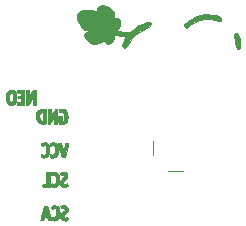
<source format=gbr>
%TF.GenerationSoftware,KiCad,Pcbnew,5.1.10-88a1d61d58~90~ubuntu20.04.1*%
%TF.CreationDate,2021-10-08T11:48:54+02:00*%
%TF.ProjectId,UROS_CO2-brkout,55524f53-5f43-44f3-922d-62726b6f7574,rev?*%
%TF.SameCoordinates,Original*%
%TF.FileFunction,Legend,Bot*%
%TF.FilePolarity,Positive*%
%FSLAX46Y46*%
G04 Gerber Fmt 4.6, Leading zero omitted, Abs format (unit mm)*
G04 Created by KiCad (PCBNEW 5.1.10-88a1d61d58~90~ubuntu20.04.1) date 2021-10-08 11:48:54*
%MOMM*%
%LPD*%
G01*
G04 APERTURE LIST*
%ADD10C,0.010000*%
%ADD11C,0.120000*%
G04 APERTURE END LIST*
D10*
%TO.C,Board3*%
G36*
X71009282Y-81655150D02*
G01*
X71130126Y-81722615D01*
X71222367Y-81823809D01*
X71245797Y-81869763D01*
X71292737Y-82054239D01*
X71301484Y-82266021D01*
X71275700Y-82479765D01*
X71219050Y-82670131D01*
X71135198Y-82811775D01*
X71105402Y-82840882D01*
X71022919Y-82882956D01*
X70909801Y-82913009D01*
X70801501Y-82924591D01*
X70733473Y-82911251D01*
X70730936Y-82909019D01*
X70674523Y-82890530D01*
X70564512Y-82876994D01*
X70498499Y-82873547D01*
X70375133Y-82865740D01*
X70311624Y-82842156D01*
X70283171Y-82788126D01*
X70273544Y-82740500D01*
X70243570Y-82649130D01*
X70176526Y-82609536D01*
X70114398Y-82600234D01*
X70018467Y-82600140D01*
X69981075Y-82633540D01*
X69977000Y-82670855D01*
X69956498Y-82805234D01*
X69889706Y-82874071D01*
X69803137Y-82888667D01*
X69713787Y-82872655D01*
X69680936Y-82835750D01*
X69691360Y-82780345D01*
X69719232Y-82661978D01*
X69759724Y-82499370D01*
X69803772Y-82327750D01*
X70064642Y-82327750D01*
X70096235Y-82373506D01*
X70130104Y-82380667D01*
X70177909Y-82358272D01*
X70173015Y-82285417D01*
X70151183Y-82192287D01*
X70143936Y-82147833D01*
X70130137Y-82143622D01*
X70103871Y-82191532D01*
X70077801Y-82262834D01*
X70064642Y-82327750D01*
X69803772Y-82327750D01*
X69808009Y-82311244D01*
X69859258Y-82116322D01*
X69908643Y-81933323D01*
X69951336Y-81780972D01*
X69964779Y-81735083D01*
X70021652Y-81675983D01*
X70121048Y-81661000D01*
X70182385Y-81663619D01*
X70226192Y-81681353D01*
X70261387Y-81729021D01*
X70296892Y-81821440D01*
X70341625Y-81973427D01*
X70369508Y-82073750D01*
X70421833Y-82266886D01*
X70468142Y-82445315D01*
X70501737Y-82582877D01*
X70512385Y-82631729D01*
X70533378Y-82721567D01*
X70551285Y-82736091D01*
X70574097Y-82687420D01*
X70606043Y-82629126D01*
X70658689Y-82621499D01*
X70736457Y-82646665D01*
X70858577Y-82665679D01*
X70945867Y-82614036D01*
X71001834Y-82488037D01*
X71025416Y-82341984D01*
X71026018Y-82130752D01*
X70984646Y-81979648D01*
X70905564Y-81894168D01*
X70793036Y-81879807D01*
X70694924Y-81915932D01*
X70633140Y-81934561D01*
X70598785Y-81891044D01*
X70585631Y-81845846D01*
X70588228Y-81735201D01*
X70649308Y-81661439D01*
X70751456Y-81623931D01*
X70877253Y-81622045D01*
X71009282Y-81655150D01*
G37*
X71009282Y-81655150D02*
X71130126Y-81722615D01*
X71222367Y-81823809D01*
X71245797Y-81869763D01*
X71292737Y-82054239D01*
X71301484Y-82266021D01*
X71275700Y-82479765D01*
X71219050Y-82670131D01*
X71135198Y-82811775D01*
X71105402Y-82840882D01*
X71022919Y-82882956D01*
X70909801Y-82913009D01*
X70801501Y-82924591D01*
X70733473Y-82911251D01*
X70730936Y-82909019D01*
X70674523Y-82890530D01*
X70564512Y-82876994D01*
X70498499Y-82873547D01*
X70375133Y-82865740D01*
X70311624Y-82842156D01*
X70283171Y-82788126D01*
X70273544Y-82740500D01*
X70243570Y-82649130D01*
X70176526Y-82609536D01*
X70114398Y-82600234D01*
X70018467Y-82600140D01*
X69981075Y-82633540D01*
X69977000Y-82670855D01*
X69956498Y-82805234D01*
X69889706Y-82874071D01*
X69803137Y-82888667D01*
X69713787Y-82872655D01*
X69680936Y-82835750D01*
X69691360Y-82780345D01*
X69719232Y-82661978D01*
X69759724Y-82499370D01*
X69803772Y-82327750D01*
X70064642Y-82327750D01*
X70096235Y-82373506D01*
X70130104Y-82380667D01*
X70177909Y-82358272D01*
X70173015Y-82285417D01*
X70151183Y-82192287D01*
X70143936Y-82147833D01*
X70130137Y-82143622D01*
X70103871Y-82191532D01*
X70077801Y-82262834D01*
X70064642Y-82327750D01*
X69803772Y-82327750D01*
X69808009Y-82311244D01*
X69859258Y-82116322D01*
X69908643Y-81933323D01*
X69951336Y-81780972D01*
X69964779Y-81735083D01*
X70021652Y-81675983D01*
X70121048Y-81661000D01*
X70182385Y-81663619D01*
X70226192Y-81681353D01*
X70261387Y-81729021D01*
X70296892Y-81821440D01*
X70341625Y-81973427D01*
X70369508Y-82073750D01*
X70421833Y-82266886D01*
X70468142Y-82445315D01*
X70501737Y-82582877D01*
X70512385Y-82631729D01*
X70533378Y-82721567D01*
X70551285Y-82736091D01*
X70574097Y-82687420D01*
X70606043Y-82629126D01*
X70658689Y-82621499D01*
X70736457Y-82646665D01*
X70858577Y-82665679D01*
X70945867Y-82614036D01*
X71001834Y-82488037D01*
X71025416Y-82341984D01*
X71026018Y-82130752D01*
X70984646Y-81979648D01*
X70905564Y-81894168D01*
X70793036Y-81879807D01*
X70694924Y-81915932D01*
X70633140Y-81934561D01*
X70598785Y-81891044D01*
X70585631Y-81845846D01*
X70588228Y-81735201D01*
X70649308Y-81661439D01*
X70751456Y-81623931D01*
X70877253Y-81622045D01*
X71009282Y-81655150D01*
G36*
X71819529Y-81667209D02*
G01*
X71940756Y-81750645D01*
X72001040Y-81892102D01*
X72009000Y-81989922D01*
X71997100Y-82089054D01*
X71951118Y-82177085D01*
X71855631Y-82280337D01*
X71818500Y-82315030D01*
X71716923Y-82419715D01*
X71647814Y-82512804D01*
X71628000Y-82563626D01*
X71661253Y-82640069D01*
X71742284Y-82669445D01*
X71843001Y-82642263D01*
X71849397Y-82638414D01*
X71912179Y-82602911D01*
X71948932Y-82612211D01*
X71989469Y-82679403D01*
X72003266Y-82705967D01*
X72042095Y-82789628D01*
X72032775Y-82834605D01*
X71961863Y-82869052D01*
X71918016Y-82884525D01*
X71763927Y-82923669D01*
X71635721Y-82914892D01*
X71558446Y-82889023D01*
X71435638Y-82798315D01*
X71353735Y-82657919D01*
X71331667Y-82534924D01*
X71351422Y-82442863D01*
X71418205Y-82338214D01*
X71543291Y-82203376D01*
X71545401Y-82201297D01*
X71648665Y-82091047D01*
X71719079Y-81999106D01*
X71742363Y-81944292D01*
X71741872Y-81942370D01*
X71692322Y-81912574D01*
X71592100Y-81902274D01*
X71570946Y-81903096D01*
X71465034Y-81900779D01*
X71412889Y-81866129D01*
X71390557Y-81805874D01*
X71378883Y-81717828D01*
X71408898Y-81667417D01*
X71495205Y-81644733D01*
X71635268Y-81639833D01*
X71819529Y-81667209D01*
G37*
X71819529Y-81667209D02*
X71940756Y-81750645D01*
X72001040Y-81892102D01*
X72009000Y-81989922D01*
X71997100Y-82089054D01*
X71951118Y-82177085D01*
X71855631Y-82280337D01*
X71818500Y-82315030D01*
X71716923Y-82419715D01*
X71647814Y-82512804D01*
X71628000Y-82563626D01*
X71661253Y-82640069D01*
X71742284Y-82669445D01*
X71843001Y-82642263D01*
X71849397Y-82638414D01*
X71912179Y-82602911D01*
X71948932Y-82612211D01*
X71989469Y-82679403D01*
X72003266Y-82705967D01*
X72042095Y-82789628D01*
X72032775Y-82834605D01*
X71961863Y-82869052D01*
X71918016Y-82884525D01*
X71763927Y-82923669D01*
X71635721Y-82914892D01*
X71558446Y-82889023D01*
X71435638Y-82798315D01*
X71353735Y-82657919D01*
X71331667Y-82534924D01*
X71351422Y-82442863D01*
X71418205Y-82338214D01*
X71543291Y-82203376D01*
X71545401Y-82201297D01*
X71648665Y-82091047D01*
X71719079Y-81999106D01*
X71742363Y-81944292D01*
X71741872Y-81942370D01*
X71692322Y-81912574D01*
X71592100Y-81902274D01*
X71570946Y-81903096D01*
X71465034Y-81900779D01*
X71412889Y-81866129D01*
X71390557Y-81805874D01*
X71378883Y-81717828D01*
X71408898Y-81667417D01*
X71495205Y-81644733D01*
X71635268Y-81639833D01*
X71819529Y-81667209D01*
G36*
X70929284Y-78804588D02*
G01*
X71082592Y-78879104D01*
X71196690Y-79028487D01*
X71227874Y-79099285D01*
X71275936Y-79318380D01*
X71274296Y-79563832D01*
X71224445Y-79794561D01*
X71200468Y-79854425D01*
X71103999Y-79978351D01*
X70962203Y-80061054D01*
X70802203Y-80094355D01*
X70651118Y-80070072D01*
X70592682Y-80037753D01*
X70537598Y-79964931D01*
X70543298Y-79867487D01*
X70572993Y-79790195D01*
X70619185Y-79782059D01*
X70652591Y-79797401D01*
X70786046Y-79838253D01*
X70896003Y-79814809D01*
X70949177Y-79758783D01*
X70973055Y-79672910D01*
X70988972Y-79536633D01*
X70993000Y-79423140D01*
X70979484Y-79227332D01*
X70934966Y-79106765D01*
X70853494Y-79055807D01*
X70729112Y-79068821D01*
X70648973Y-79097555D01*
X70590493Y-79095715D01*
X70553903Y-79021480D01*
X70552428Y-79015745D01*
X70538595Y-78913397D01*
X70572122Y-78853022D01*
X70668256Y-78816983D01*
X70735383Y-78804111D01*
X70929284Y-78804588D01*
G37*
X70929284Y-78804588D02*
X71082592Y-78879104D01*
X71196690Y-79028487D01*
X71227874Y-79099285D01*
X71275936Y-79318380D01*
X71274296Y-79563832D01*
X71224445Y-79794561D01*
X71200468Y-79854425D01*
X71103999Y-79978351D01*
X70962203Y-80061054D01*
X70802203Y-80094355D01*
X70651118Y-80070072D01*
X70592682Y-80037753D01*
X70537598Y-79964931D01*
X70543298Y-79867487D01*
X70572993Y-79790195D01*
X70619185Y-79782059D01*
X70652591Y-79797401D01*
X70786046Y-79838253D01*
X70896003Y-79814809D01*
X70949177Y-79758783D01*
X70973055Y-79672910D01*
X70988972Y-79536633D01*
X70993000Y-79423140D01*
X70979484Y-79227332D01*
X70934966Y-79106765D01*
X70853494Y-79055807D01*
X70729112Y-79068821D01*
X70648973Y-79097555D01*
X70590493Y-79095715D01*
X70553903Y-79021480D01*
X70552428Y-79015745D01*
X70538595Y-78913397D01*
X70572122Y-78853022D01*
X70668256Y-78816983D01*
X70735383Y-78804111D01*
X70929284Y-78804588D01*
G36*
X71787803Y-78832923D02*
G01*
X71903117Y-78922036D01*
X71959866Y-79072110D01*
X71966667Y-79168023D01*
X71960416Y-79264765D01*
X71932636Y-79342813D01*
X71869782Y-79422781D01*
X71758310Y-79525285D01*
X71698756Y-79575803D01*
X71611316Y-79679341D01*
X71594465Y-79767689D01*
X71639202Y-79824211D01*
X71736526Y-79832276D01*
X71822387Y-79804265D01*
X71900848Y-79779406D01*
X71944612Y-79812408D01*
X71969427Y-79869093D01*
X71990482Y-79966701D01*
X71956081Y-80028963D01*
X71855349Y-80066358D01*
X71748098Y-80082413D01*
X71604206Y-80084848D01*
X71497749Y-80046483D01*
X71453200Y-80015081D01*
X71344260Y-79883797D01*
X71311335Y-79730760D01*
X71352794Y-79567967D01*
X71467002Y-79407413D01*
X71545655Y-79335891D01*
X71642112Y-79246759D01*
X71702440Y-79168659D01*
X71712667Y-79138843D01*
X71678758Y-79070490D01*
X71597890Y-79043976D01*
X71501349Y-79068800D01*
X71494813Y-79072706D01*
X71431813Y-79097168D01*
X71388428Y-79059137D01*
X71366102Y-79014739D01*
X71342795Y-78909501D01*
X71389327Y-78841786D01*
X71509429Y-78808397D01*
X71612690Y-78803500D01*
X71787803Y-78832923D01*
G37*
X71787803Y-78832923D02*
X71903117Y-78922036D01*
X71959866Y-79072110D01*
X71966667Y-79168023D01*
X71960416Y-79264765D01*
X71932636Y-79342813D01*
X71869782Y-79422781D01*
X71758310Y-79525285D01*
X71698756Y-79575803D01*
X71611316Y-79679341D01*
X71594465Y-79767689D01*
X71639202Y-79824211D01*
X71736526Y-79832276D01*
X71822387Y-79804265D01*
X71900848Y-79779406D01*
X71944612Y-79812408D01*
X71969427Y-79869093D01*
X71990482Y-79966701D01*
X71956081Y-80028963D01*
X71855349Y-80066358D01*
X71748098Y-80082413D01*
X71604206Y-80084848D01*
X71497749Y-80046483D01*
X71453200Y-80015081D01*
X71344260Y-79883797D01*
X71311335Y-79730760D01*
X71352794Y-79567967D01*
X71467002Y-79407413D01*
X71545655Y-79335891D01*
X71642112Y-79246759D01*
X71702440Y-79168659D01*
X71712667Y-79138843D01*
X71678758Y-79070490D01*
X71597890Y-79043976D01*
X71501349Y-79068800D01*
X71494813Y-79072706D01*
X71431813Y-79097168D01*
X71388428Y-79059137D01*
X71366102Y-79014739D01*
X71342795Y-78909501D01*
X71389327Y-78841786D01*
X71509429Y-78808397D01*
X71612690Y-78803500D01*
X71787803Y-78832923D01*
G36*
X70485000Y-80052333D02*
G01*
X70167500Y-80052333D01*
X70006006Y-80051014D01*
X69911342Y-80043094D01*
X69865674Y-80022628D01*
X69851167Y-79983672D01*
X69850000Y-79946500D01*
X69859242Y-79878313D01*
X69902837Y-79848007D01*
X70004587Y-79840704D01*
X70019333Y-79840667D01*
X70188667Y-79840667D01*
X70188667Y-78824667D01*
X70485000Y-78824667D01*
X70485000Y-80052333D01*
G37*
X70485000Y-80052333D02*
X70167500Y-80052333D01*
X70006006Y-80051014D01*
X69911342Y-80043094D01*
X69865674Y-80022628D01*
X69851167Y-79983672D01*
X69850000Y-79946500D01*
X69859242Y-79878313D01*
X69902837Y-79848007D01*
X70004587Y-79840704D01*
X70019333Y-79840667D01*
X70188667Y-79840667D01*
X70188667Y-78824667D01*
X70485000Y-78824667D01*
X70485000Y-80052333D01*
G36*
X70200620Y-76356425D02*
G01*
X70332198Y-76471127D01*
X70380690Y-76556950D01*
X70434112Y-76756680D01*
X70444205Y-76974958D01*
X70414689Y-77188436D01*
X70349281Y-77373764D01*
X70251700Y-77507592D01*
X70226052Y-77527967D01*
X70098054Y-77580261D01*
X69943270Y-77594626D01*
X69802059Y-77569840D01*
X69749211Y-77542424D01*
X69696854Y-77470528D01*
X69703376Y-77373090D01*
X69738891Y-77279901D01*
X69785615Y-77265404D01*
X69836651Y-77304251D01*
X69911487Y-77334964D01*
X69982666Y-77336001D01*
X70068335Y-77284471D01*
X70133436Y-77170424D01*
X70170563Y-77014982D01*
X70172312Y-76839266D01*
X70168239Y-76806711D01*
X70126574Y-76646665D01*
X70058143Y-76564750D01*
X69959093Y-76557591D01*
X69905806Y-76576803D01*
X69808812Y-76604571D01*
X69747843Y-76569488D01*
X69704479Y-76466915D01*
X69697776Y-76403254D01*
X69738754Y-76361764D01*
X69839339Y-76325192D01*
X70030159Y-76305136D01*
X70200620Y-76356425D01*
G37*
X70200620Y-76356425D02*
X70332198Y-76471127D01*
X70380690Y-76556950D01*
X70434112Y-76756680D01*
X70444205Y-76974958D01*
X70414689Y-77188436D01*
X70349281Y-77373764D01*
X70251700Y-77507592D01*
X70226052Y-77527967D01*
X70098054Y-77580261D01*
X69943270Y-77594626D01*
X69802059Y-77569840D01*
X69749211Y-77542424D01*
X69696854Y-77470528D01*
X69703376Y-77373090D01*
X69738891Y-77279901D01*
X69785615Y-77265404D01*
X69836651Y-77304251D01*
X69911487Y-77334964D01*
X69982666Y-77336001D01*
X70068335Y-77284471D01*
X70133436Y-77170424D01*
X70170563Y-77014982D01*
X70172312Y-76839266D01*
X70168239Y-76806711D01*
X70126574Y-76646665D01*
X70058143Y-76564750D01*
X69959093Y-76557591D01*
X69905806Y-76576803D01*
X69808812Y-76604571D01*
X69747843Y-76569488D01*
X69704479Y-76466915D01*
X69697776Y-76403254D01*
X69738754Y-76361764D01*
X69839339Y-76325192D01*
X70030159Y-76305136D01*
X70200620Y-76356425D01*
G36*
X70916534Y-76341450D02*
G01*
X71050390Y-76430256D01*
X71100815Y-76500165D01*
X71170786Y-76705204D01*
X71193657Y-76937733D01*
X71171086Y-77169619D01*
X71104729Y-77372730D01*
X71043693Y-77470188D01*
X70941094Y-77541922D01*
X70795947Y-77582712D01*
X70644402Y-77587596D01*
X70522614Y-77551607D01*
X70510507Y-77543409D01*
X70453412Y-77468788D01*
X70458631Y-77369821D01*
X70488327Y-77292529D01*
X70534518Y-77284392D01*
X70567924Y-77299734D01*
X70701379Y-77340586D01*
X70811337Y-77317142D01*
X70864510Y-77261116D01*
X70895916Y-77153992D01*
X70908984Y-77005578D01*
X70904753Y-76845920D01*
X70884263Y-76705066D01*
X70848555Y-76613062D01*
X70841809Y-76605190D01*
X70761754Y-76547484D01*
X70677098Y-76551631D01*
X70605591Y-76584430D01*
X70535468Y-76615719D01*
X70498243Y-76598337D01*
X70470595Y-76516884D01*
X70464010Y-76490942D01*
X70455599Y-76411250D01*
X70496060Y-76364107D01*
X70572607Y-76332318D01*
X70748665Y-76306069D01*
X70916534Y-76341450D01*
G37*
X70916534Y-76341450D02*
X71050390Y-76430256D01*
X71100815Y-76500165D01*
X71170786Y-76705204D01*
X71193657Y-76937733D01*
X71171086Y-77169619D01*
X71104729Y-77372730D01*
X71043693Y-77470188D01*
X70941094Y-77541922D01*
X70795947Y-77582712D01*
X70644402Y-77587596D01*
X70522614Y-77551607D01*
X70510507Y-77543409D01*
X70453412Y-77468788D01*
X70458631Y-77369821D01*
X70488327Y-77292529D01*
X70534518Y-77284392D01*
X70567924Y-77299734D01*
X70701379Y-77340586D01*
X70811337Y-77317142D01*
X70864510Y-77261116D01*
X70895916Y-77153992D01*
X70908984Y-77005578D01*
X70904753Y-76845920D01*
X70884263Y-76705066D01*
X70848555Y-76613062D01*
X70841809Y-76605190D01*
X70761754Y-76547484D01*
X70677098Y-76551631D01*
X70605591Y-76584430D01*
X70535468Y-76615719D01*
X70498243Y-76598337D01*
X70470595Y-76516884D01*
X70464010Y-76490942D01*
X70455599Y-76411250D01*
X70496060Y-76364107D01*
X70572607Y-76332318D01*
X70748665Y-76306069D01*
X70916534Y-76341450D01*
G36*
X71523680Y-76715794D02*
G01*
X71560611Y-76894323D01*
X71590581Y-76998056D01*
X71617848Y-77025256D01*
X71646665Y-76974187D01*
X71681289Y-76843112D01*
X71725328Y-76633503D01*
X71757781Y-76482855D01*
X71787277Y-76396250D01*
X71826161Y-76354458D01*
X71886780Y-76338249D01*
X71917039Y-76334901D01*
X72021253Y-76340066D01*
X72050707Y-76377234D01*
X72039352Y-76459220D01*
X72009600Y-76601961D01*
X71966414Y-76784835D01*
X71914753Y-76987217D01*
X71859582Y-77188482D01*
X71836201Y-77268917D01*
X71789840Y-77418140D01*
X71752540Y-77503590D01*
X71710496Y-77543011D01*
X71649900Y-77554152D01*
X71613893Y-77554667D01*
X71540813Y-77550506D01*
X71492960Y-77526103D01*
X71456798Y-77463581D01*
X71418791Y-77345059D01*
X71397541Y-77268917D01*
X71346551Y-77075461D01*
X71290590Y-76850070D01*
X71244880Y-76655083D01*
X71171051Y-76327000D01*
X71448163Y-76327000D01*
X71523680Y-76715794D01*
G37*
X71523680Y-76715794D02*
X71560611Y-76894323D01*
X71590581Y-76998056D01*
X71617848Y-77025256D01*
X71646665Y-76974187D01*
X71681289Y-76843112D01*
X71725328Y-76633503D01*
X71757781Y-76482855D01*
X71787277Y-76396250D01*
X71826161Y-76354458D01*
X71886780Y-76338249D01*
X71917039Y-76334901D01*
X72021253Y-76340066D01*
X72050707Y-76377234D01*
X72039352Y-76459220D01*
X72009600Y-76601961D01*
X71966414Y-76784835D01*
X71914753Y-76987217D01*
X71859582Y-77188482D01*
X71836201Y-77268917D01*
X71789840Y-77418140D01*
X71752540Y-77503590D01*
X71710496Y-77543011D01*
X71649900Y-77554152D01*
X71613893Y-77554667D01*
X71540813Y-77550506D01*
X71492960Y-77526103D01*
X71456798Y-77463581D01*
X71418791Y-77345059D01*
X71397541Y-77268917D01*
X71346551Y-77075461D01*
X71290590Y-76850070D01*
X71244880Y-76655083D01*
X71171051Y-76327000D01*
X71448163Y-76327000D01*
X71523680Y-76715794D01*
G36*
X70125167Y-73511833D02*
G01*
X70136880Y-74109850D01*
X70141061Y-74345435D01*
X70141576Y-74509942D01*
X70136584Y-74616944D01*
X70124244Y-74680009D01*
X70102713Y-74712708D01*
X70070149Y-74728612D01*
X70052214Y-74733689D01*
X69820608Y-74754510D01*
X69609778Y-74698897D01*
X69464134Y-74605255D01*
X69372418Y-74468033D01*
X69328388Y-74274824D01*
X69322260Y-74127528D01*
X69322683Y-74122883D01*
X69596000Y-74122883D01*
X69619506Y-74300228D01*
X69684087Y-74430695D01*
X69780840Y-74499608D01*
X69828833Y-74506667D01*
X69859812Y-74491819D01*
X69879109Y-74437630D01*
X69889134Y-74329632D01*
X69892300Y-74153354D01*
X69892333Y-74125667D01*
X69891457Y-73945300D01*
X69885852Y-73833310D01*
X69871059Y-73773404D01*
X69842616Y-73749292D01*
X69796060Y-73744683D01*
X69787989Y-73744667D01*
X69689034Y-73774033D01*
X69627089Y-73866634D01*
X69598725Y-74029225D01*
X69596000Y-74122883D01*
X69322683Y-74122883D01*
X69345501Y-73872896D01*
X69415027Y-73687301D01*
X69535027Y-73566321D01*
X69709691Y-73505531D01*
X69917894Y-73498678D01*
X70125167Y-73511833D01*
G37*
X70125167Y-73511833D02*
X70136880Y-74109850D01*
X70141061Y-74345435D01*
X70141576Y-74509942D01*
X70136584Y-74616944D01*
X70124244Y-74680009D01*
X70102713Y-74712708D01*
X70070149Y-74728612D01*
X70052214Y-74733689D01*
X69820608Y-74754510D01*
X69609778Y-74698897D01*
X69464134Y-74605255D01*
X69372418Y-74468033D01*
X69328388Y-74274824D01*
X69322260Y-74127528D01*
X69322683Y-74122883D01*
X69596000Y-74122883D01*
X69619506Y-74300228D01*
X69684087Y-74430695D01*
X69780840Y-74499608D01*
X69828833Y-74506667D01*
X69859812Y-74491819D01*
X69879109Y-74437630D01*
X69889134Y-74329632D01*
X69892300Y-74153354D01*
X69892333Y-74125667D01*
X69891457Y-73945300D01*
X69885852Y-73833310D01*
X69871059Y-73773404D01*
X69842616Y-73749292D01*
X69796060Y-73744683D01*
X69787989Y-73744667D01*
X69689034Y-73774033D01*
X69627089Y-73866634D01*
X69598725Y-74029225D01*
X69596000Y-74122883D01*
X69322683Y-74122883D01*
X69345501Y-73872896D01*
X69415027Y-73687301D01*
X69535027Y-73566321D01*
X69709691Y-73505531D01*
X69917894Y-73498678D01*
X70125167Y-73511833D01*
G36*
X71077667Y-74760667D02*
G01*
X70823667Y-74760667D01*
X70819579Y-74432583D01*
X70815491Y-74104500D01*
X70662491Y-74432583D01*
X70581567Y-74597582D01*
X70520112Y-74697769D01*
X70467276Y-74747383D01*
X70412578Y-74760667D01*
X70375378Y-74758464D01*
X70349172Y-74743442D01*
X70332036Y-74702980D01*
X70322043Y-74624457D01*
X70317266Y-74495250D01*
X70315780Y-74302739D01*
X70315667Y-74125667D01*
X70315667Y-73490667D01*
X70569667Y-73490667D01*
X70570171Y-73755250D01*
X70570676Y-74019833D01*
X70711664Y-73765833D01*
X70799874Y-73620334D01*
X70872241Y-73537726D01*
X70943858Y-73502089D01*
X70965159Y-73498438D01*
X71077667Y-73485043D01*
X71077667Y-74760667D01*
G37*
X71077667Y-74760667D02*
X70823667Y-74760667D01*
X70819579Y-74432583D01*
X70815491Y-74104500D01*
X70662491Y-74432583D01*
X70581567Y-74597582D01*
X70520112Y-74697769D01*
X70467276Y-74747383D01*
X70412578Y-74760667D01*
X70375378Y-74758464D01*
X70349172Y-74743442D01*
X70332036Y-74702980D01*
X70322043Y-74624457D01*
X70317266Y-74495250D01*
X70315780Y-74302739D01*
X70315667Y-74125667D01*
X70315667Y-73490667D01*
X70569667Y-73490667D01*
X70570171Y-73755250D01*
X70570676Y-74019833D01*
X70711664Y-73765833D01*
X70799874Y-73620334D01*
X70872241Y-73537726D01*
X70943858Y-73502089D01*
X70965159Y-73498438D01*
X71077667Y-73485043D01*
X71077667Y-74760667D01*
G36*
X71718907Y-73509657D02*
G01*
X71854381Y-73629335D01*
X71946823Y-73816988D01*
X71968018Y-73899346D01*
X71993105Y-74141119D01*
X71969145Y-74362102D01*
X71900793Y-74545125D01*
X71792705Y-74673021D01*
X71751139Y-74699163D01*
X71591259Y-74746272D01*
X71399615Y-74751695D01*
X71278750Y-74731485D01*
X71239901Y-74708338D01*
X71217274Y-74652144D01*
X71206874Y-74544916D01*
X71204667Y-74397729D01*
X71204667Y-74083333D01*
X71501000Y-74083333D01*
X71501000Y-74295000D01*
X71508183Y-74415749D01*
X71526551Y-74492387D01*
X71540933Y-74506667D01*
X71613192Y-74468710D01*
X71667604Y-74369665D01*
X71701341Y-74231764D01*
X71711577Y-74077242D01*
X71695486Y-73928333D01*
X71650241Y-73807271D01*
X71632973Y-73782629D01*
X71567134Y-73716828D01*
X71501755Y-73711752D01*
X71436033Y-73737632D01*
X71335195Y-73767646D01*
X71272822Y-73734512D01*
X71228952Y-73632074D01*
X71223704Y-73565850D01*
X71270971Y-73522031D01*
X71346932Y-73492614D01*
X71547417Y-73462551D01*
X71718907Y-73509657D01*
G37*
X71718907Y-73509657D02*
X71854381Y-73629335D01*
X71946823Y-73816988D01*
X71968018Y-73899346D01*
X71993105Y-74141119D01*
X71969145Y-74362102D01*
X71900793Y-74545125D01*
X71792705Y-74673021D01*
X71751139Y-74699163D01*
X71591259Y-74746272D01*
X71399615Y-74751695D01*
X71278750Y-74731485D01*
X71239901Y-74708338D01*
X71217274Y-74652144D01*
X71206874Y-74544916D01*
X71204667Y-74397729D01*
X71204667Y-74083333D01*
X71501000Y-74083333D01*
X71501000Y-74295000D01*
X71508183Y-74415749D01*
X71526551Y-74492387D01*
X71540933Y-74506667D01*
X71613192Y-74468710D01*
X71667604Y-74369665D01*
X71701341Y-74231764D01*
X71711577Y-74077242D01*
X71695486Y-73928333D01*
X71650241Y-73807271D01*
X71632973Y-73782629D01*
X71567134Y-73716828D01*
X71501755Y-73711752D01*
X71436033Y-73737632D01*
X71335195Y-73767646D01*
X71272822Y-73734512D01*
X71228952Y-73632074D01*
X71223704Y-73565850D01*
X71270971Y-73522031D01*
X71346932Y-73492614D01*
X71547417Y-73462551D01*
X71718907Y-73509657D01*
G36*
X67362871Y-71873544D02*
G01*
X67509797Y-71982528D01*
X67585408Y-72094134D01*
X67630299Y-72236074D01*
X67647537Y-72415718D01*
X67639693Y-72609406D01*
X67609333Y-72793473D01*
X67559026Y-72944259D01*
X67491341Y-73038101D01*
X67482274Y-73044349D01*
X67318396Y-73104962D01*
X67133188Y-73113580D01*
X67064971Y-73101090D01*
X66919663Y-73026059D01*
X66822080Y-72888580D01*
X66770140Y-72684567D01*
X66762312Y-72546184D01*
X67025730Y-72546184D01*
X67052089Y-72713092D01*
X67099929Y-72835115D01*
X67161603Y-72894822D01*
X67180092Y-72898000D01*
X67233730Y-72875614D01*
X67287316Y-72840844D01*
X67341026Y-72758600D01*
X67375086Y-72623618D01*
X67386818Y-72466109D01*
X67373545Y-72316284D01*
X67342289Y-72220667D01*
X67267316Y-72128198D01*
X67188978Y-72109805D01*
X67116639Y-72155862D01*
X67059661Y-72256740D01*
X67027408Y-72402811D01*
X67025730Y-72546184D01*
X66762312Y-72546184D01*
X66759825Y-72502231D01*
X66781254Y-72236124D01*
X66845326Y-72039289D01*
X66951225Y-71913842D01*
X66996532Y-71887865D01*
X67187698Y-71840559D01*
X67362871Y-71873544D01*
G37*
X67362871Y-71873544D02*
X67509797Y-71982528D01*
X67585408Y-72094134D01*
X67630299Y-72236074D01*
X67647537Y-72415718D01*
X67639693Y-72609406D01*
X67609333Y-72793473D01*
X67559026Y-72944259D01*
X67491341Y-73038101D01*
X67482274Y-73044349D01*
X67318396Y-73104962D01*
X67133188Y-73113580D01*
X67064971Y-73101090D01*
X66919663Y-73026059D01*
X66822080Y-72888580D01*
X66770140Y-72684567D01*
X66762312Y-72546184D01*
X67025730Y-72546184D01*
X67052089Y-72713092D01*
X67099929Y-72835115D01*
X67161603Y-72894822D01*
X67180092Y-72898000D01*
X67233730Y-72875614D01*
X67287316Y-72840844D01*
X67341026Y-72758600D01*
X67375086Y-72623618D01*
X67386818Y-72466109D01*
X67373545Y-72316284D01*
X67342289Y-72220667D01*
X67267316Y-72128198D01*
X67188978Y-72109805D01*
X67116639Y-72155862D01*
X67059661Y-72256740D01*
X67027408Y-72402811D01*
X67025730Y-72546184D01*
X66762312Y-72546184D01*
X66759825Y-72502231D01*
X66781254Y-72236124D01*
X66845326Y-72039289D01*
X66951225Y-71913842D01*
X66996532Y-71887865D01*
X67187698Y-71840559D01*
X67362871Y-71873544D01*
G36*
X68326000Y-73109667D02*
G01*
X67691000Y-73109667D01*
X67691000Y-72982667D01*
X67696522Y-72904572D01*
X67728407Y-72867584D01*
X67809632Y-72856384D01*
X67881500Y-72855667D01*
X67998551Y-72852503D01*
X68053979Y-72831067D01*
X68070825Y-72773435D01*
X68072000Y-72707500D01*
X68066873Y-72612634D01*
X68035221Y-72570475D01*
X67952633Y-72559664D01*
X67902667Y-72559333D01*
X67793568Y-72553557D01*
X67745077Y-72526310D01*
X67733394Y-72462716D01*
X67733333Y-72453500D01*
X67742576Y-72385313D01*
X67786171Y-72355007D01*
X67887920Y-72347704D01*
X67902667Y-72347667D01*
X68011244Y-72342651D01*
X68059512Y-72315474D01*
X68071733Y-72247937D01*
X68072000Y-72220667D01*
X68066610Y-72142982D01*
X68035229Y-72105913D01*
X67955038Y-72094469D01*
X67878688Y-72093667D01*
X67760924Y-72090334D01*
X67706665Y-72071217D01*
X67694775Y-72022642D01*
X67698771Y-71977250D01*
X67709728Y-71917075D01*
X67737987Y-71881329D01*
X67802495Y-71862389D01*
X67922197Y-71852634D01*
X68019083Y-71848395D01*
X68326000Y-71835957D01*
X68326000Y-73109667D01*
G37*
X68326000Y-73109667D02*
X67691000Y-73109667D01*
X67691000Y-72982667D01*
X67696522Y-72904572D01*
X67728407Y-72867584D01*
X67809632Y-72856384D01*
X67881500Y-72855667D01*
X67998551Y-72852503D01*
X68053979Y-72831067D01*
X68070825Y-72773435D01*
X68072000Y-72707500D01*
X68066873Y-72612634D01*
X68035221Y-72570475D01*
X67952633Y-72559664D01*
X67902667Y-72559333D01*
X67793568Y-72553557D01*
X67745077Y-72526310D01*
X67733394Y-72462716D01*
X67733333Y-72453500D01*
X67742576Y-72385313D01*
X67786171Y-72355007D01*
X67887920Y-72347704D01*
X67902667Y-72347667D01*
X68011244Y-72342651D01*
X68059512Y-72315474D01*
X68071733Y-72247937D01*
X68072000Y-72220667D01*
X68066610Y-72142982D01*
X68035229Y-72105913D01*
X67955038Y-72094469D01*
X67878688Y-72093667D01*
X67760924Y-72090334D01*
X67706665Y-72071217D01*
X67694775Y-72022642D01*
X67698771Y-71977250D01*
X67709728Y-71917075D01*
X67737987Y-71881329D01*
X67802495Y-71862389D01*
X67922197Y-71852634D01*
X68019083Y-71848395D01*
X68326000Y-71835957D01*
X68326000Y-73109667D01*
G36*
X68749333Y-72410789D02*
G01*
X68909212Y-72135811D01*
X69000651Y-71988216D01*
X69070671Y-71903109D01*
X69133181Y-71866036D01*
X69173796Y-71860833D01*
X69278500Y-71860833D01*
X69301930Y-73109667D01*
X69045667Y-73109667D01*
X69038373Y-72411167D01*
X68873259Y-72760417D01*
X68790663Y-72928772D01*
X68729324Y-73033289D01*
X68678067Y-73088339D01*
X68625720Y-73108293D01*
X68601739Y-73109667D01*
X68495333Y-73109667D01*
X68495333Y-71839667D01*
X68749333Y-71839667D01*
X68749333Y-72410789D01*
G37*
X68749333Y-72410789D02*
X68909212Y-72135811D01*
X69000651Y-71988216D01*
X69070671Y-71903109D01*
X69133181Y-71866036D01*
X69173796Y-71860833D01*
X69278500Y-71860833D01*
X69301930Y-73109667D01*
X69045667Y-73109667D01*
X69038373Y-72411167D01*
X68873259Y-72760417D01*
X68790663Y-72928772D01*
X68729324Y-73033289D01*
X68678067Y-73088339D01*
X68625720Y-73108293D01*
X68601739Y-73109667D01*
X68495333Y-73109667D01*
X68495333Y-71839667D01*
X68749333Y-71839667D01*
X68749333Y-72410789D01*
G36*
X86335581Y-67077072D02*
G01*
X86407759Y-67154806D01*
X86425387Y-67186650D01*
X86487845Y-67340904D01*
X86539739Y-67531431D01*
X86578618Y-67738116D01*
X86602031Y-67940846D01*
X86607527Y-68119509D01*
X86592654Y-68253990D01*
X86563200Y-68317533D01*
X86471169Y-68361900D01*
X86361547Y-68359379D01*
X86284195Y-68315417D01*
X86257207Y-68249717D01*
X86226487Y-68125216D01*
X86198132Y-67967205D01*
X86194863Y-67945000D01*
X86162710Y-67753931D01*
X86122973Y-67563760D01*
X86086111Y-67422213D01*
X86049647Y-67244854D01*
X86069978Y-67127772D01*
X86148672Y-67067071D01*
X86233402Y-67056000D01*
X86335581Y-67077072D01*
G37*
X86335581Y-67077072D02*
X86407759Y-67154806D01*
X86425387Y-67186650D01*
X86487845Y-67340904D01*
X86539739Y-67531431D01*
X86578618Y-67738116D01*
X86602031Y-67940846D01*
X86607527Y-68119509D01*
X86592654Y-68253990D01*
X86563200Y-68317533D01*
X86471169Y-68361900D01*
X86361547Y-68359379D01*
X86284195Y-68315417D01*
X86257207Y-68249717D01*
X86226487Y-68125216D01*
X86198132Y-67967205D01*
X86194863Y-67945000D01*
X86162710Y-67753931D01*
X86122973Y-67563760D01*
X86086111Y-67422213D01*
X86049647Y-67244854D01*
X86069978Y-67127772D01*
X86148672Y-67067071D01*
X86233402Y-67056000D01*
X86335581Y-67077072D01*
G36*
X74958084Y-64708066D02*
G01*
X75232299Y-64735842D01*
X75460811Y-64822824D01*
X75666906Y-64979443D01*
X75745412Y-65060742D01*
X75878045Y-65254183D01*
X75939414Y-65470657D01*
X75939580Y-65692568D01*
X75924089Y-65855008D01*
X76040067Y-65788754D01*
X76166955Y-65751237D01*
X76271726Y-65789472D01*
X76349111Y-65896240D01*
X76393840Y-66064319D01*
X76400831Y-66283115D01*
X76386833Y-66439920D01*
X76357331Y-66545630D01*
X76299637Y-66633770D01*
X76245900Y-66692487D01*
X76105274Y-66837576D01*
X76269053Y-66887978D01*
X76385294Y-66912762D01*
X76556511Y-66936083D01*
X76753044Y-66954212D01*
X76837277Y-66959447D01*
X77241721Y-66980513D01*
X77524208Y-66766700D01*
X77795134Y-66573160D01*
X78063863Y-66402318D01*
X78317227Y-66261121D01*
X78542057Y-66156516D01*
X78725184Y-66095451D01*
X78821370Y-66082333D01*
X78947872Y-66113343D01*
X79022415Y-66190798D01*
X79038673Y-66291333D01*
X78990320Y-66391588D01*
X78919917Y-66446267D01*
X78517511Y-66671103D01*
X78191276Y-66863917D01*
X77939447Y-67025779D01*
X77802183Y-67124547D01*
X77623494Y-67283724D01*
X77438833Y-67484430D01*
X77269782Y-67700293D01*
X77137926Y-67904942D01*
X77096030Y-67987333D01*
X77029026Y-68111200D01*
X76949965Y-68223999D01*
X76876628Y-68302811D01*
X76833330Y-68326000D01*
X76783146Y-68302229D01*
X76700405Y-68244389D01*
X76692542Y-68238261D01*
X76615243Y-68155115D01*
X76581087Y-68074164D01*
X76581000Y-68070938D01*
X76600004Y-67998103D01*
X76650552Y-67874360D01*
X76722944Y-67722744D01*
X76748085Y-67674101D01*
X76915171Y-67356847D01*
X76716335Y-67329383D01*
X76555598Y-67302202D01*
X76369461Y-67263820D01*
X76278556Y-67242460D01*
X76114544Y-67203500D01*
X76015857Y-67189724D01*
X75965923Y-67204840D01*
X75948169Y-67252555D01*
X75946000Y-67316864D01*
X75911936Y-67481617D01*
X75823466Y-67653190D01*
X75701170Y-67799096D01*
X75591796Y-67875991D01*
X75404683Y-67937407D01*
X75249373Y-67924831D01*
X75114810Y-67837288D01*
X75111039Y-67833554D01*
X75026800Y-67762662D01*
X74965894Y-67752426D01*
X74933046Y-67769611D01*
X74660855Y-67926397D01*
X74398689Y-68000174D01*
X74143835Y-67991634D01*
X74101159Y-67982076D01*
X73931624Y-67915175D01*
X73773002Y-67809399D01*
X73632252Y-67676699D01*
X73516336Y-67529027D01*
X73432212Y-67378333D01*
X73386840Y-67236571D01*
X73387181Y-67115691D01*
X73440192Y-67027644D01*
X73523061Y-66989343D01*
X73646228Y-66958025D01*
X73783361Y-66917863D01*
X73787000Y-66916712D01*
X73935167Y-66869694D01*
X73744667Y-66839905D01*
X73601027Y-66811854D01*
X73475241Y-66778236D01*
X73447375Y-66768432D01*
X73299843Y-66674656D01*
X73149878Y-66517671D01*
X73010103Y-66317588D01*
X72893144Y-66094514D01*
X72811623Y-65868559D01*
X72781127Y-65707173D01*
X72775705Y-65572112D01*
X72800913Y-65477294D01*
X72870132Y-65380071D01*
X72891513Y-65355356D01*
X73073084Y-65211517D01*
X73320614Y-65115997D01*
X73629503Y-65070313D01*
X73766396Y-65066333D01*
X73951829Y-65072556D01*
X74093016Y-65097372D01*
X74229858Y-65150006D01*
X74316455Y-65193485D01*
X74446161Y-65258499D01*
X74515145Y-65282941D01*
X74535308Y-65269766D01*
X74529456Y-65246402D01*
X74480950Y-65082402D01*
X74486235Y-64958595D01*
X74547448Y-64848086D01*
X74562591Y-64829823D01*
X74626381Y-64763851D01*
X74692204Y-64726988D01*
X74786547Y-64711079D01*
X74935902Y-64707970D01*
X74958084Y-64708066D01*
G37*
X74958084Y-64708066D02*
X75232299Y-64735842D01*
X75460811Y-64822824D01*
X75666906Y-64979443D01*
X75745412Y-65060742D01*
X75878045Y-65254183D01*
X75939414Y-65470657D01*
X75939580Y-65692568D01*
X75924089Y-65855008D01*
X76040067Y-65788754D01*
X76166955Y-65751237D01*
X76271726Y-65789472D01*
X76349111Y-65896240D01*
X76393840Y-66064319D01*
X76400831Y-66283115D01*
X76386833Y-66439920D01*
X76357331Y-66545630D01*
X76299637Y-66633770D01*
X76245900Y-66692487D01*
X76105274Y-66837576D01*
X76269053Y-66887978D01*
X76385294Y-66912762D01*
X76556511Y-66936083D01*
X76753044Y-66954212D01*
X76837277Y-66959447D01*
X77241721Y-66980513D01*
X77524208Y-66766700D01*
X77795134Y-66573160D01*
X78063863Y-66402318D01*
X78317227Y-66261121D01*
X78542057Y-66156516D01*
X78725184Y-66095451D01*
X78821370Y-66082333D01*
X78947872Y-66113343D01*
X79022415Y-66190798D01*
X79038673Y-66291333D01*
X78990320Y-66391588D01*
X78919917Y-66446267D01*
X78517511Y-66671103D01*
X78191276Y-66863917D01*
X77939447Y-67025779D01*
X77802183Y-67124547D01*
X77623494Y-67283724D01*
X77438833Y-67484430D01*
X77269782Y-67700293D01*
X77137926Y-67904942D01*
X77096030Y-67987333D01*
X77029026Y-68111200D01*
X76949965Y-68223999D01*
X76876628Y-68302811D01*
X76833330Y-68326000D01*
X76783146Y-68302229D01*
X76700405Y-68244389D01*
X76692542Y-68238261D01*
X76615243Y-68155115D01*
X76581087Y-68074164D01*
X76581000Y-68070938D01*
X76600004Y-67998103D01*
X76650552Y-67874360D01*
X76722944Y-67722744D01*
X76748085Y-67674101D01*
X76915171Y-67356847D01*
X76716335Y-67329383D01*
X76555598Y-67302202D01*
X76369461Y-67263820D01*
X76278556Y-67242460D01*
X76114544Y-67203500D01*
X76015857Y-67189724D01*
X75965923Y-67204840D01*
X75948169Y-67252555D01*
X75946000Y-67316864D01*
X75911936Y-67481617D01*
X75823466Y-67653190D01*
X75701170Y-67799096D01*
X75591796Y-67875991D01*
X75404683Y-67937407D01*
X75249373Y-67924831D01*
X75114810Y-67837288D01*
X75111039Y-67833554D01*
X75026800Y-67762662D01*
X74965894Y-67752426D01*
X74933046Y-67769611D01*
X74660855Y-67926397D01*
X74398689Y-68000174D01*
X74143835Y-67991634D01*
X74101159Y-67982076D01*
X73931624Y-67915175D01*
X73773002Y-67809399D01*
X73632252Y-67676699D01*
X73516336Y-67529027D01*
X73432212Y-67378333D01*
X73386840Y-67236571D01*
X73387181Y-67115691D01*
X73440192Y-67027644D01*
X73523061Y-66989343D01*
X73646228Y-66958025D01*
X73783361Y-66917863D01*
X73787000Y-66916712D01*
X73935167Y-66869694D01*
X73744667Y-66839905D01*
X73601027Y-66811854D01*
X73475241Y-66778236D01*
X73447375Y-66768432D01*
X73299843Y-66674656D01*
X73149878Y-66517671D01*
X73010103Y-66317588D01*
X72893144Y-66094514D01*
X72811623Y-65868559D01*
X72781127Y-65707173D01*
X72775705Y-65572112D01*
X72800913Y-65477294D01*
X72870132Y-65380071D01*
X72891513Y-65355356D01*
X73073084Y-65211517D01*
X73320614Y-65115997D01*
X73629503Y-65070313D01*
X73766396Y-65066333D01*
X73951829Y-65072556D01*
X74093016Y-65097372D01*
X74229858Y-65150006D01*
X74316455Y-65193485D01*
X74446161Y-65258499D01*
X74515145Y-65282941D01*
X74535308Y-65269766D01*
X74529456Y-65246402D01*
X74480950Y-65082402D01*
X74486235Y-64958595D01*
X74547448Y-64848086D01*
X74562591Y-64829823D01*
X74626381Y-64763851D01*
X74692204Y-64726988D01*
X74786547Y-64711079D01*
X74935902Y-64707970D01*
X74958084Y-64708066D01*
G36*
X84194691Y-65493560D02*
G01*
X84517979Y-65550578D01*
X84743571Y-65612893D01*
X84893806Y-65678349D01*
X84977954Y-65752552D01*
X85005290Y-65841109D01*
X85005333Y-65845292D01*
X84991764Y-65943499D01*
X84943473Y-66000904D01*
X84849085Y-66020151D01*
X84697223Y-66003884D01*
X84504482Y-65961670D01*
X84029481Y-65883356D01*
X83576498Y-65886770D01*
X83145620Y-65971897D01*
X82736935Y-66138716D01*
X82350531Y-66387212D01*
X82331325Y-66402151D01*
X82162994Y-66521850D01*
X82037165Y-66579794D01*
X81942385Y-66579476D01*
X81881133Y-66539533D01*
X81831251Y-66438405D01*
X81862296Y-66317307D01*
X81973268Y-66177630D01*
X82163167Y-66020763D01*
X82338333Y-65904075D01*
X82771148Y-65683759D01*
X83231653Y-65540792D01*
X83709588Y-65476838D01*
X84194691Y-65493560D01*
G37*
X84194691Y-65493560D02*
X84517979Y-65550578D01*
X84743571Y-65612893D01*
X84893806Y-65678349D01*
X84977954Y-65752552D01*
X85005290Y-65841109D01*
X85005333Y-65845292D01*
X84991764Y-65943499D01*
X84943473Y-66000904D01*
X84849085Y-66020151D01*
X84697223Y-66003884D01*
X84504482Y-65961670D01*
X84029481Y-65883356D01*
X83576498Y-65886770D01*
X83145620Y-65971897D01*
X82736935Y-66138716D01*
X82350531Y-66387212D01*
X82331325Y-66402151D01*
X82162994Y-66521850D01*
X82037165Y-66579794D01*
X81942385Y-66579476D01*
X81881133Y-66539533D01*
X81831251Y-66438405D01*
X81862296Y-66317307D01*
X81973268Y-66177630D01*
X82163167Y-66020763D01*
X82338333Y-65904075D01*
X82771148Y-65683759D01*
X83231653Y-65540792D01*
X83709588Y-65476838D01*
X84194691Y-65493560D01*
D11*
%TO.C,D2*%
X79248000Y-77350000D02*
X79248000Y-76200000D01*
X81788000Y-78740000D02*
X80518000Y-78740000D01*
%TD*%
M02*

</source>
